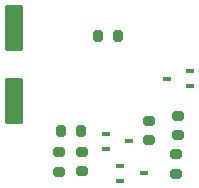
<source format=gtp>
%TF.GenerationSoftware,KiCad,Pcbnew,(7.0.0-0)*%
%TF.CreationDate,2023-06-04T20:58:43+02:00*%
%TF.ProjectId,projekt_kue,70726f6a-656b-4745-9f6b-75652e6b6963,rev?*%
%TF.SameCoordinates,Original*%
%TF.FileFunction,Paste,Top*%
%TF.FilePolarity,Positive*%
%FSLAX46Y46*%
G04 Gerber Fmt 4.6, Leading zero omitted, Abs format (unit mm)*
G04 Created by KiCad (PCBNEW (7.0.0-0)) date 2023-06-04 20:58:43*
%MOMM*%
%LPD*%
G01*
G04 APERTURE LIST*
G04 Aperture macros list*
%AMRoundRect*
0 Rectangle with rounded corners*
0 $1 Rounding radius*
0 $2 $3 $4 $5 $6 $7 $8 $9 X,Y pos of 4 corners*
0 Add a 4 corners polygon primitive as box body*
4,1,4,$2,$3,$4,$5,$6,$7,$8,$9,$2,$3,0*
0 Add four circle primitives for the rounded corners*
1,1,$1+$1,$2,$3*
1,1,$1+$1,$4,$5*
1,1,$1+$1,$6,$7*
1,1,$1+$1,$8,$9*
0 Add four rect primitives between the rounded corners*
20,1,$1+$1,$2,$3,$4,$5,0*
20,1,$1+$1,$4,$5,$6,$7,0*
20,1,$1+$1,$6,$7,$8,$9,0*
20,1,$1+$1,$8,$9,$2,$3,0*%
G04 Aperture macros list end*
%ADD10RoundRect,0.200000X-0.200000X-0.275000X0.200000X-0.275000X0.200000X0.275000X-0.200000X0.275000X0*%
%ADD11R,0.700000X0.450000*%
%ADD12RoundRect,0.200000X0.275000X-0.200000X0.275000X0.200000X-0.275000X0.200000X-0.275000X-0.200000X0*%
%ADD13RoundRect,0.250000X0.550000X-1.712500X0.550000X1.712500X-0.550000X1.712500X-0.550000X-1.712500X0*%
G04 APERTURE END LIST*
D10*
%TO.C,R2*%
X131950000Y-95550000D03*
X133600000Y-95550000D03*
%TD*%
D11*
%TO.C,Q4*%
X135849999Y-107199999D03*
X133849999Y-106549999D03*
X133849999Y-107849999D03*
%TD*%
%TO.C,Q1*%
X137749999Y-99197499D03*
X139749999Y-99847499D03*
X139749999Y-98547499D03*
%TD*%
D12*
%TO.C,R7*%
X136300000Y-104425000D03*
X136300000Y-102775000D03*
%TD*%
%TO.C,R1*%
X128650000Y-107072500D03*
X128650000Y-105422500D03*
%TD*%
D11*
%TO.C,Q2*%
X134599999Y-104499999D03*
X132599999Y-103849999D03*
X132599999Y-105149999D03*
%TD*%
D10*
%TO.C,R3*%
X128850000Y-103647500D03*
X130500000Y-103647500D03*
%TD*%
D12*
%TO.C,R5*%
X138550000Y-107250000D03*
X138550000Y-105600000D03*
%TD*%
%TO.C,R6*%
X138700000Y-103975000D03*
X138700000Y-102325000D03*
%TD*%
%TO.C,R4*%
X130550000Y-107047500D03*
X130550000Y-105397500D03*
%TD*%
D13*
%TO.C,C1*%
X124850000Y-101075000D03*
X124850000Y-94900000D03*
%TD*%
M02*

</source>
